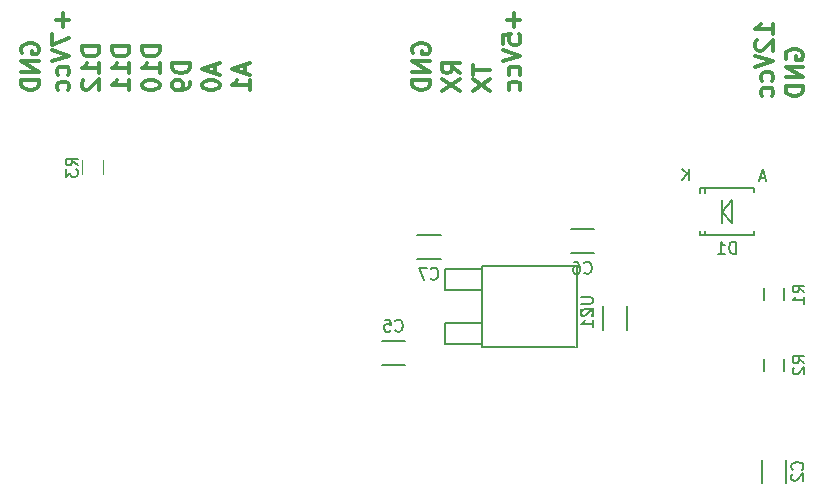
<source format=gbo>
G04 #@! TF.FileFunction,Legend,Bot*
%FSLAX46Y46*%
G04 Gerber Fmt 4.6, Leading zero omitted, Abs format (unit mm)*
G04 Created by KiCad (PCBNEW 4.0.6) date 07/16/17 12:25:55*
%MOMM*%
%LPD*%
G01*
G04 APERTURE LIST*
%ADD10C,0.100000*%
%ADD11C,0.300000*%
%ADD12C,0.150000*%
%ADD13C,0.120000*%
G04 APERTURE END LIST*
D10*
D11*
X169903571Y-72928573D02*
X169903571Y-72071430D01*
X169903571Y-72500002D02*
X168403571Y-72500002D01*
X168617857Y-72357145D01*
X168760714Y-72214287D01*
X168832143Y-72071430D01*
X168546429Y-73500001D02*
X168475000Y-73571430D01*
X168403571Y-73714287D01*
X168403571Y-74071430D01*
X168475000Y-74214287D01*
X168546429Y-74285716D01*
X168689286Y-74357144D01*
X168832143Y-74357144D01*
X169046429Y-74285716D01*
X169903571Y-73428573D01*
X169903571Y-74357144D01*
X168403571Y-74785715D02*
X169903571Y-75285715D01*
X168403571Y-75785715D01*
X169832143Y-76928572D02*
X169903571Y-76785715D01*
X169903571Y-76500001D01*
X169832143Y-76357143D01*
X169760714Y-76285715D01*
X169617857Y-76214286D01*
X169189286Y-76214286D01*
X169046429Y-76285715D01*
X168975000Y-76357143D01*
X168903571Y-76500001D01*
X168903571Y-76785715D01*
X168975000Y-76928572D01*
X169832143Y-78214286D02*
X169903571Y-78071429D01*
X169903571Y-77785715D01*
X169832143Y-77642857D01*
X169760714Y-77571429D01*
X169617857Y-77500000D01*
X169189286Y-77500000D01*
X169046429Y-77571429D01*
X168975000Y-77642857D01*
X168903571Y-77785715D01*
X168903571Y-78071429D01*
X168975000Y-78214286D01*
X171025000Y-75071428D02*
X170953571Y-74928571D01*
X170953571Y-74714285D01*
X171025000Y-74500000D01*
X171167857Y-74357142D01*
X171310714Y-74285714D01*
X171596429Y-74214285D01*
X171810714Y-74214285D01*
X172096429Y-74285714D01*
X172239286Y-74357142D01*
X172382143Y-74500000D01*
X172453571Y-74714285D01*
X172453571Y-74857142D01*
X172382143Y-75071428D01*
X172310714Y-75142857D01*
X171810714Y-75142857D01*
X171810714Y-74857142D01*
X172453571Y-75785714D02*
X170953571Y-75785714D01*
X172453571Y-76642857D01*
X170953571Y-76642857D01*
X172453571Y-77357143D02*
X170953571Y-77357143D01*
X170953571Y-77714286D01*
X171025000Y-77928571D01*
X171167857Y-78071429D01*
X171310714Y-78142857D01*
X171596429Y-78214286D01*
X171810714Y-78214286D01*
X172096429Y-78142857D01*
X172239286Y-78071429D01*
X172382143Y-77928571D01*
X172453571Y-77714286D01*
X172453571Y-77357143D01*
X139425000Y-74571428D02*
X139353571Y-74428571D01*
X139353571Y-74214285D01*
X139425000Y-74000000D01*
X139567857Y-73857142D01*
X139710714Y-73785714D01*
X139996429Y-73714285D01*
X140210714Y-73714285D01*
X140496429Y-73785714D01*
X140639286Y-73857142D01*
X140782143Y-74000000D01*
X140853571Y-74214285D01*
X140853571Y-74357142D01*
X140782143Y-74571428D01*
X140710714Y-74642857D01*
X140210714Y-74642857D01*
X140210714Y-74357142D01*
X140853571Y-75285714D02*
X139353571Y-75285714D01*
X140853571Y-76142857D01*
X139353571Y-76142857D01*
X140853571Y-76857143D02*
X139353571Y-76857143D01*
X139353571Y-77214286D01*
X139425000Y-77428571D01*
X139567857Y-77571429D01*
X139710714Y-77642857D01*
X139996429Y-77714286D01*
X140210714Y-77714286D01*
X140496429Y-77642857D01*
X140639286Y-77571429D01*
X140782143Y-77428571D01*
X140853571Y-77214286D01*
X140853571Y-76857143D01*
X143403571Y-76285715D02*
X142689286Y-75785715D01*
X143403571Y-75428572D02*
X141903571Y-75428572D01*
X141903571Y-76000000D01*
X141975000Y-76142858D01*
X142046429Y-76214286D01*
X142189286Y-76285715D01*
X142403571Y-76285715D01*
X142546429Y-76214286D01*
X142617857Y-76142858D01*
X142689286Y-76000000D01*
X142689286Y-75428572D01*
X141903571Y-76785715D02*
X143403571Y-77785715D01*
X141903571Y-77785715D02*
X143403571Y-76785715D01*
X144453571Y-75571429D02*
X144453571Y-76428572D01*
X145953571Y-76000001D02*
X144453571Y-76000001D01*
X144453571Y-76785715D02*
X145953571Y-77785715D01*
X144453571Y-77785715D02*
X145953571Y-76785715D01*
X147932143Y-71214287D02*
X147932143Y-72357144D01*
X148503571Y-71785715D02*
X147360714Y-71785715D01*
X147003571Y-73785716D02*
X147003571Y-73071430D01*
X147717857Y-73000001D01*
X147646429Y-73071430D01*
X147575000Y-73214287D01*
X147575000Y-73571430D01*
X147646429Y-73714287D01*
X147717857Y-73785716D01*
X147860714Y-73857144D01*
X148217857Y-73857144D01*
X148360714Y-73785716D01*
X148432143Y-73714287D01*
X148503571Y-73571430D01*
X148503571Y-73214287D01*
X148432143Y-73071430D01*
X148360714Y-73000001D01*
X147003571Y-74285715D02*
X148503571Y-74785715D01*
X147003571Y-75285715D01*
X148432143Y-76428572D02*
X148503571Y-76285715D01*
X148503571Y-76000001D01*
X148432143Y-75857143D01*
X148360714Y-75785715D01*
X148217857Y-75714286D01*
X147789286Y-75714286D01*
X147646429Y-75785715D01*
X147575000Y-75857143D01*
X147503571Y-76000001D01*
X147503571Y-76285715D01*
X147575000Y-76428572D01*
X148432143Y-77714286D02*
X148503571Y-77571429D01*
X148503571Y-77285715D01*
X148432143Y-77142857D01*
X148360714Y-77071429D01*
X148217857Y-77000000D01*
X147789286Y-77000000D01*
X147646429Y-77071429D01*
X147575000Y-77142857D01*
X147503571Y-77285715D01*
X147503571Y-77571429D01*
X147575000Y-77714286D01*
X106325000Y-74571428D02*
X106253571Y-74428571D01*
X106253571Y-74214285D01*
X106325000Y-74000000D01*
X106467857Y-73857142D01*
X106610714Y-73785714D01*
X106896429Y-73714285D01*
X107110714Y-73714285D01*
X107396429Y-73785714D01*
X107539286Y-73857142D01*
X107682143Y-74000000D01*
X107753571Y-74214285D01*
X107753571Y-74357142D01*
X107682143Y-74571428D01*
X107610714Y-74642857D01*
X107110714Y-74642857D01*
X107110714Y-74357142D01*
X107753571Y-75285714D02*
X106253571Y-75285714D01*
X107753571Y-76142857D01*
X106253571Y-76142857D01*
X107753571Y-76857143D02*
X106253571Y-76857143D01*
X106253571Y-77214286D01*
X106325000Y-77428571D01*
X106467857Y-77571429D01*
X106610714Y-77642857D01*
X106896429Y-77714286D01*
X107110714Y-77714286D01*
X107396429Y-77642857D01*
X107539286Y-77571429D01*
X107682143Y-77428571D01*
X107753571Y-77214286D01*
X107753571Y-76857143D01*
X109732143Y-71214287D02*
X109732143Y-72357144D01*
X110303571Y-71785715D02*
X109160714Y-71785715D01*
X108803571Y-72928573D02*
X108803571Y-73928573D01*
X110303571Y-73285716D01*
X108803571Y-74285715D02*
X110303571Y-74785715D01*
X108803571Y-75285715D01*
X110232143Y-76428572D02*
X110303571Y-76285715D01*
X110303571Y-76000001D01*
X110232143Y-75857143D01*
X110160714Y-75785715D01*
X110017857Y-75714286D01*
X109589286Y-75714286D01*
X109446429Y-75785715D01*
X109375000Y-75857143D01*
X109303571Y-76000001D01*
X109303571Y-76285715D01*
X109375000Y-76428572D01*
X110232143Y-77714286D02*
X110303571Y-77571429D01*
X110303571Y-77285715D01*
X110232143Y-77142857D01*
X110160714Y-77071429D01*
X110017857Y-77000000D01*
X109589286Y-77000000D01*
X109446429Y-77071429D01*
X109375000Y-77142857D01*
X109303571Y-77285715D01*
X109303571Y-77571429D01*
X109375000Y-77714286D01*
X112853571Y-74000001D02*
X111353571Y-74000001D01*
X111353571Y-74357144D01*
X111425000Y-74571429D01*
X111567857Y-74714287D01*
X111710714Y-74785715D01*
X111996429Y-74857144D01*
X112210714Y-74857144D01*
X112496429Y-74785715D01*
X112639286Y-74714287D01*
X112782143Y-74571429D01*
X112853571Y-74357144D01*
X112853571Y-74000001D01*
X112853571Y-76285715D02*
X112853571Y-75428572D01*
X112853571Y-75857144D02*
X111353571Y-75857144D01*
X111567857Y-75714287D01*
X111710714Y-75571429D01*
X111782143Y-75428572D01*
X111496429Y-76857143D02*
X111425000Y-76928572D01*
X111353571Y-77071429D01*
X111353571Y-77428572D01*
X111425000Y-77571429D01*
X111496429Y-77642858D01*
X111639286Y-77714286D01*
X111782143Y-77714286D01*
X111996429Y-77642858D01*
X112853571Y-76785715D01*
X112853571Y-77714286D01*
X115403571Y-74000001D02*
X113903571Y-74000001D01*
X113903571Y-74357144D01*
X113975000Y-74571429D01*
X114117857Y-74714287D01*
X114260714Y-74785715D01*
X114546429Y-74857144D01*
X114760714Y-74857144D01*
X115046429Y-74785715D01*
X115189286Y-74714287D01*
X115332143Y-74571429D01*
X115403571Y-74357144D01*
X115403571Y-74000001D01*
X115403571Y-76285715D02*
X115403571Y-75428572D01*
X115403571Y-75857144D02*
X113903571Y-75857144D01*
X114117857Y-75714287D01*
X114260714Y-75571429D01*
X114332143Y-75428572D01*
X115403571Y-77714286D02*
X115403571Y-76857143D01*
X115403571Y-77285715D02*
X113903571Y-77285715D01*
X114117857Y-77142858D01*
X114260714Y-77000000D01*
X114332143Y-76857143D01*
X117953571Y-74000001D02*
X116453571Y-74000001D01*
X116453571Y-74357144D01*
X116525000Y-74571429D01*
X116667857Y-74714287D01*
X116810714Y-74785715D01*
X117096429Y-74857144D01*
X117310714Y-74857144D01*
X117596429Y-74785715D01*
X117739286Y-74714287D01*
X117882143Y-74571429D01*
X117953571Y-74357144D01*
X117953571Y-74000001D01*
X117953571Y-76285715D02*
X117953571Y-75428572D01*
X117953571Y-75857144D02*
X116453571Y-75857144D01*
X116667857Y-75714287D01*
X116810714Y-75571429D01*
X116882143Y-75428572D01*
X116453571Y-77214286D02*
X116453571Y-77357143D01*
X116525000Y-77500000D01*
X116596429Y-77571429D01*
X116739286Y-77642858D01*
X117025000Y-77714286D01*
X117382143Y-77714286D01*
X117667857Y-77642858D01*
X117810714Y-77571429D01*
X117882143Y-77500000D01*
X117953571Y-77357143D01*
X117953571Y-77214286D01*
X117882143Y-77071429D01*
X117810714Y-77000000D01*
X117667857Y-76928572D01*
X117382143Y-76857143D01*
X117025000Y-76857143D01*
X116739286Y-76928572D01*
X116596429Y-77000000D01*
X116525000Y-77071429D01*
X116453571Y-77214286D01*
X120503571Y-75428572D02*
X119003571Y-75428572D01*
X119003571Y-75785715D01*
X119075000Y-76000000D01*
X119217857Y-76142858D01*
X119360714Y-76214286D01*
X119646429Y-76285715D01*
X119860714Y-76285715D01*
X120146429Y-76214286D01*
X120289286Y-76142858D01*
X120432143Y-76000000D01*
X120503571Y-75785715D01*
X120503571Y-75428572D01*
X120503571Y-77000000D02*
X120503571Y-77285715D01*
X120432143Y-77428572D01*
X120360714Y-77500000D01*
X120146429Y-77642858D01*
X119860714Y-77714286D01*
X119289286Y-77714286D01*
X119146429Y-77642858D01*
X119075000Y-77571429D01*
X119003571Y-77428572D01*
X119003571Y-77142858D01*
X119075000Y-77000000D01*
X119146429Y-76928572D01*
X119289286Y-76857143D01*
X119646429Y-76857143D01*
X119789286Y-76928572D01*
X119860714Y-77000000D01*
X119932143Y-77142858D01*
X119932143Y-77428572D01*
X119860714Y-77571429D01*
X119789286Y-77642858D01*
X119646429Y-77714286D01*
X122625000Y-75571429D02*
X122625000Y-76285715D01*
X123053571Y-75428572D02*
X121553571Y-75928572D01*
X123053571Y-76428572D01*
X121553571Y-77214286D02*
X121553571Y-77357143D01*
X121625000Y-77500000D01*
X121696429Y-77571429D01*
X121839286Y-77642858D01*
X122125000Y-77714286D01*
X122482143Y-77714286D01*
X122767857Y-77642858D01*
X122910714Y-77571429D01*
X122982143Y-77500000D01*
X123053571Y-77357143D01*
X123053571Y-77214286D01*
X122982143Y-77071429D01*
X122910714Y-77000000D01*
X122767857Y-76928572D01*
X122482143Y-76857143D01*
X122125000Y-76857143D01*
X121839286Y-76928572D01*
X121696429Y-77000000D01*
X121625000Y-77071429D01*
X121553571Y-77214286D01*
X125175000Y-75571429D02*
X125175000Y-76285715D01*
X125603571Y-75428572D02*
X124103571Y-75928572D01*
X125603571Y-76428572D01*
X125603571Y-77714286D02*
X125603571Y-76857143D01*
X125603571Y-77285715D02*
X124103571Y-77285715D01*
X124317857Y-77142858D01*
X124460714Y-77000000D01*
X124532143Y-76857143D01*
D12*
X155475000Y-98000000D02*
X155475000Y-96000000D01*
X157525000Y-96000000D02*
X157525000Y-98000000D01*
X168975000Y-111000000D02*
X168975000Y-109000000D01*
X171025000Y-109000000D02*
X171025000Y-111000000D01*
X136750000Y-98975000D02*
X138750000Y-98975000D01*
X138750000Y-101025000D02*
X136750000Y-101025000D01*
X154750000Y-91525000D02*
X152750000Y-91525000D01*
X152750000Y-89475000D02*
X154750000Y-89475000D01*
X141750000Y-92025000D02*
X139750000Y-92025000D01*
X139750000Y-89975000D02*
X141750000Y-89975000D01*
X170850000Y-94500000D02*
X170850000Y-95500000D01*
X169150000Y-95500000D02*
X169150000Y-94500000D01*
X170850000Y-100500000D02*
X170850000Y-101500000D01*
X169150000Y-101500000D02*
X169150000Y-100500000D01*
X145274000Y-94603000D02*
X142099000Y-94603000D01*
X142099000Y-94603000D02*
X142099000Y-92825000D01*
X142099000Y-92825000D02*
X145274000Y-92825000D01*
X145274000Y-99175000D02*
X142099000Y-99175000D01*
X142099000Y-99175000D02*
X142099000Y-97397000D01*
X142099000Y-97397000D02*
X145274000Y-97397000D01*
X151370000Y-92571000D02*
X145274000Y-92571000D01*
X145274000Y-92571000D02*
X145274000Y-99429000D01*
X145274000Y-99429000D02*
X153148000Y-99429000D01*
X153275000Y-99429000D02*
X153275000Y-92571000D01*
X153148000Y-92571000D02*
X151370000Y-92571000D01*
X165550420Y-88000000D02*
X166398780Y-89000760D01*
X166398780Y-89000760D02*
X166398780Y-86999240D01*
X166398780Y-86999240D02*
X165550420Y-88000000D01*
X165550420Y-88000000D02*
X165550420Y-86999240D01*
X165550420Y-88000000D02*
X165550420Y-89000760D01*
X163693680Y-86200000D02*
X163693680Y-86399800D01*
X164150720Y-86200000D02*
X164150720Y-86399000D01*
X168301240Y-86200000D02*
X168301240Y-86349000D01*
X163698760Y-89800000D02*
X163698760Y-89651000D01*
X164150720Y-89800000D02*
X164150720Y-89651000D01*
X168301240Y-89800000D02*
X168301240Y-89651000D01*
X164150720Y-86051020D02*
X164150720Y-86249140D01*
X164150720Y-89998980D02*
X164150720Y-89800860D01*
X168296160Y-86003560D02*
X168296160Y-86201680D01*
X163693680Y-86003560D02*
X168296160Y-86003560D01*
X163693680Y-86003560D02*
X163693680Y-86201680D01*
X163698760Y-89998980D02*
X163698760Y-89800860D01*
X163698760Y-89998980D02*
X168301240Y-89998980D01*
X168301240Y-89998980D02*
X168301240Y-89800860D01*
D13*
X113130000Y-84850000D02*
X113130000Y-83650000D01*
X111370000Y-83650000D02*
X111370000Y-84850000D01*
D12*
X154557143Y-96833334D02*
X154604762Y-96785715D01*
X154652381Y-96642858D01*
X154652381Y-96547620D01*
X154604762Y-96404762D01*
X154509524Y-96309524D01*
X154414286Y-96261905D01*
X154223810Y-96214286D01*
X154080952Y-96214286D01*
X153890476Y-96261905D01*
X153795238Y-96309524D01*
X153700000Y-96404762D01*
X153652381Y-96547620D01*
X153652381Y-96642858D01*
X153700000Y-96785715D01*
X153747619Y-96833334D01*
X154652381Y-97785715D02*
X154652381Y-97214286D01*
X154652381Y-97500000D02*
X153652381Y-97500000D01*
X153795238Y-97404762D01*
X153890476Y-97309524D01*
X153938095Y-97214286D01*
X172357143Y-109833334D02*
X172404762Y-109785715D01*
X172452381Y-109642858D01*
X172452381Y-109547620D01*
X172404762Y-109404762D01*
X172309524Y-109309524D01*
X172214286Y-109261905D01*
X172023810Y-109214286D01*
X171880952Y-109214286D01*
X171690476Y-109261905D01*
X171595238Y-109309524D01*
X171500000Y-109404762D01*
X171452381Y-109547620D01*
X171452381Y-109642858D01*
X171500000Y-109785715D01*
X171547619Y-109833334D01*
X171547619Y-110214286D02*
X171500000Y-110261905D01*
X171452381Y-110357143D01*
X171452381Y-110595239D01*
X171500000Y-110690477D01*
X171547619Y-110738096D01*
X171642857Y-110785715D01*
X171738095Y-110785715D01*
X171880952Y-110738096D01*
X172452381Y-110166667D01*
X172452381Y-110785715D01*
X137916666Y-98057143D02*
X137964285Y-98104762D01*
X138107142Y-98152381D01*
X138202380Y-98152381D01*
X138345238Y-98104762D01*
X138440476Y-98009524D01*
X138488095Y-97914286D01*
X138535714Y-97723810D01*
X138535714Y-97580952D01*
X138488095Y-97390476D01*
X138440476Y-97295238D01*
X138345238Y-97200000D01*
X138202380Y-97152381D01*
X138107142Y-97152381D01*
X137964285Y-97200000D01*
X137916666Y-97247619D01*
X137011904Y-97152381D02*
X137488095Y-97152381D01*
X137535714Y-97628571D01*
X137488095Y-97580952D01*
X137392857Y-97533333D01*
X137154761Y-97533333D01*
X137059523Y-97580952D01*
X137011904Y-97628571D01*
X136964285Y-97723810D01*
X136964285Y-97961905D01*
X137011904Y-98057143D01*
X137059523Y-98104762D01*
X137154761Y-98152381D01*
X137392857Y-98152381D01*
X137488095Y-98104762D01*
X137535714Y-98057143D01*
X153916666Y-93157143D02*
X153964285Y-93204762D01*
X154107142Y-93252381D01*
X154202380Y-93252381D01*
X154345238Y-93204762D01*
X154440476Y-93109524D01*
X154488095Y-93014286D01*
X154535714Y-92823810D01*
X154535714Y-92680952D01*
X154488095Y-92490476D01*
X154440476Y-92395238D01*
X154345238Y-92300000D01*
X154202380Y-92252381D01*
X154107142Y-92252381D01*
X153964285Y-92300000D01*
X153916666Y-92347619D01*
X153059523Y-92252381D02*
X153250000Y-92252381D01*
X153345238Y-92300000D01*
X153392857Y-92347619D01*
X153488095Y-92490476D01*
X153535714Y-92680952D01*
X153535714Y-93061905D01*
X153488095Y-93157143D01*
X153440476Y-93204762D01*
X153345238Y-93252381D01*
X153154761Y-93252381D01*
X153059523Y-93204762D01*
X153011904Y-93157143D01*
X152964285Y-93061905D01*
X152964285Y-92823810D01*
X153011904Y-92728571D01*
X153059523Y-92680952D01*
X153154761Y-92633333D01*
X153345238Y-92633333D01*
X153440476Y-92680952D01*
X153488095Y-92728571D01*
X153535714Y-92823810D01*
X140916666Y-93657143D02*
X140964285Y-93704762D01*
X141107142Y-93752381D01*
X141202380Y-93752381D01*
X141345238Y-93704762D01*
X141440476Y-93609524D01*
X141488095Y-93514286D01*
X141535714Y-93323810D01*
X141535714Y-93180952D01*
X141488095Y-92990476D01*
X141440476Y-92895238D01*
X141345238Y-92800000D01*
X141202380Y-92752381D01*
X141107142Y-92752381D01*
X140964285Y-92800000D01*
X140916666Y-92847619D01*
X140583333Y-92752381D02*
X139916666Y-92752381D01*
X140345238Y-93752381D01*
X172552381Y-94833334D02*
X172076190Y-94500000D01*
X172552381Y-94261905D02*
X171552381Y-94261905D01*
X171552381Y-94642858D01*
X171600000Y-94738096D01*
X171647619Y-94785715D01*
X171742857Y-94833334D01*
X171885714Y-94833334D01*
X171980952Y-94785715D01*
X172028571Y-94738096D01*
X172076190Y-94642858D01*
X172076190Y-94261905D01*
X172552381Y-95785715D02*
X172552381Y-95214286D01*
X172552381Y-95500000D02*
X171552381Y-95500000D01*
X171695238Y-95404762D01*
X171790476Y-95309524D01*
X171838095Y-95214286D01*
X172552381Y-100833334D02*
X172076190Y-100500000D01*
X172552381Y-100261905D02*
X171552381Y-100261905D01*
X171552381Y-100642858D01*
X171600000Y-100738096D01*
X171647619Y-100785715D01*
X171742857Y-100833334D01*
X171885714Y-100833334D01*
X171980952Y-100785715D01*
X172028571Y-100738096D01*
X172076190Y-100642858D01*
X172076190Y-100261905D01*
X171647619Y-101214286D02*
X171600000Y-101261905D01*
X171552381Y-101357143D01*
X171552381Y-101595239D01*
X171600000Y-101690477D01*
X171647619Y-101738096D01*
X171742857Y-101785715D01*
X171838095Y-101785715D01*
X171980952Y-101738096D01*
X172552381Y-101166667D01*
X172552381Y-101785715D01*
X153616381Y-95238095D02*
X154425905Y-95238095D01*
X154521143Y-95285714D01*
X154568762Y-95333333D01*
X154616381Y-95428571D01*
X154616381Y-95619048D01*
X154568762Y-95714286D01*
X154521143Y-95761905D01*
X154425905Y-95809524D01*
X153616381Y-95809524D01*
X153711619Y-96238095D02*
X153664000Y-96285714D01*
X153616381Y-96380952D01*
X153616381Y-96619048D01*
X153664000Y-96714286D01*
X153711619Y-96761905D01*
X153806857Y-96809524D01*
X153902095Y-96809524D01*
X154044952Y-96761905D01*
X154616381Y-96190476D01*
X154616381Y-96809524D01*
X166738095Y-91552381D02*
X166738095Y-90552381D01*
X166500000Y-90552381D01*
X166357142Y-90600000D01*
X166261904Y-90695238D01*
X166214285Y-90790476D01*
X166166666Y-90980952D01*
X166166666Y-91123810D01*
X166214285Y-91314286D01*
X166261904Y-91409524D01*
X166357142Y-91504762D01*
X166500000Y-91552381D01*
X166738095Y-91552381D01*
X165214285Y-91552381D02*
X165785714Y-91552381D01*
X165500000Y-91552381D02*
X165500000Y-90552381D01*
X165595238Y-90695238D01*
X165690476Y-90790476D01*
X165785714Y-90838095D01*
X162761905Y-85352381D02*
X162761905Y-84352381D01*
X162190476Y-85352381D02*
X162619048Y-84780952D01*
X162190476Y-84352381D02*
X162761905Y-84923810D01*
X169238095Y-85116667D02*
X168761904Y-85116667D01*
X169333333Y-85402381D02*
X169000000Y-84402381D01*
X168666666Y-85402381D01*
X111002381Y-84083334D02*
X110526190Y-83750000D01*
X111002381Y-83511905D02*
X110002381Y-83511905D01*
X110002381Y-83892858D01*
X110050000Y-83988096D01*
X110097619Y-84035715D01*
X110192857Y-84083334D01*
X110335714Y-84083334D01*
X110430952Y-84035715D01*
X110478571Y-83988096D01*
X110526190Y-83892858D01*
X110526190Y-83511905D01*
X110002381Y-84416667D02*
X110002381Y-85035715D01*
X110383333Y-84702381D01*
X110383333Y-84845239D01*
X110430952Y-84940477D01*
X110478571Y-84988096D01*
X110573810Y-85035715D01*
X110811905Y-85035715D01*
X110907143Y-84988096D01*
X110954762Y-84940477D01*
X111002381Y-84845239D01*
X111002381Y-84559524D01*
X110954762Y-84464286D01*
X110907143Y-84416667D01*
M02*

</source>
